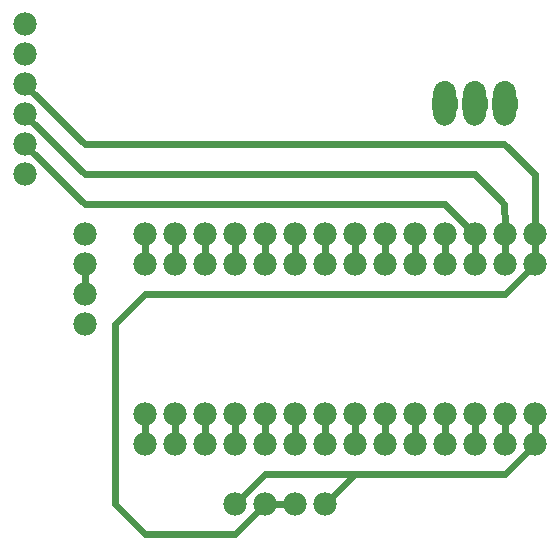
<source format=gbl>
G04 MADE WITH FRITZING*
G04 WWW.FRITZING.ORG*
G04 DOUBLE SIDED*
G04 HOLES PLATED*
G04 CONTOUR ON CENTER OF CONTOUR VECTOR*
%ASAXBY*%
%FSLAX23Y23*%
%MOIN*%
%OFA0B0*%
%SFA1.0B1.0*%
%ADD10C,0.078000*%
%ADD11C,0.090551*%
%ADD12C,0.024000*%
%ADD13R,0.001000X0.001000*%
%LNCOPPER0*%
G90*
G70*
G54D10*
X1779Y438D03*
X1679Y438D03*
X1579Y438D03*
X1479Y438D03*
X1379Y438D03*
X1279Y438D03*
X1179Y438D03*
X1079Y438D03*
X979Y438D03*
X879Y438D03*
X779Y438D03*
X679Y438D03*
X579Y438D03*
X479Y438D03*
X1779Y438D03*
X1679Y438D03*
X1579Y438D03*
X1479Y438D03*
X1379Y438D03*
X1279Y438D03*
X1179Y438D03*
X1079Y438D03*
X979Y438D03*
X879Y438D03*
X779Y438D03*
X679Y438D03*
X579Y438D03*
X479Y438D03*
X1779Y338D03*
X1679Y338D03*
X1579Y338D03*
X1479Y338D03*
X1379Y338D03*
X1279Y338D03*
X1179Y338D03*
X1079Y338D03*
X979Y338D03*
X879Y338D03*
X779Y338D03*
X679Y338D03*
X579Y338D03*
X479Y338D03*
X1779Y338D03*
X1679Y338D03*
X1579Y338D03*
X1479Y338D03*
X1379Y338D03*
X1279Y338D03*
X1179Y338D03*
X1079Y338D03*
X979Y338D03*
X879Y338D03*
X779Y338D03*
X679Y338D03*
X579Y338D03*
X479Y338D03*
X1779Y938D03*
X1679Y938D03*
X1579Y938D03*
X1479Y938D03*
X1379Y938D03*
X1279Y938D03*
X1179Y938D03*
X1079Y938D03*
X979Y938D03*
X879Y938D03*
X779Y938D03*
X679Y938D03*
X579Y938D03*
X479Y938D03*
X1779Y938D03*
X1679Y938D03*
X1579Y938D03*
X1479Y938D03*
X1379Y938D03*
X1279Y938D03*
X1179Y938D03*
X1079Y938D03*
X979Y938D03*
X879Y938D03*
X779Y938D03*
X679Y938D03*
X579Y938D03*
X479Y938D03*
X1779Y1038D03*
X1679Y1038D03*
X1579Y1038D03*
X1479Y1038D03*
X1379Y1038D03*
X1279Y1038D03*
X1179Y1038D03*
X1079Y1038D03*
X979Y1038D03*
X879Y1038D03*
X779Y1038D03*
X679Y1038D03*
X579Y1038D03*
X479Y1038D03*
X1779Y1038D03*
X1679Y1038D03*
X1579Y1038D03*
X1479Y1038D03*
X1379Y1038D03*
X1279Y1038D03*
X1179Y1038D03*
X1079Y1038D03*
X979Y1038D03*
X879Y1038D03*
X779Y1038D03*
X679Y1038D03*
X579Y1038D03*
X479Y1038D03*
G54D11*
X1679Y1473D03*
X1579Y1473D03*
X1479Y1473D03*
X1679Y1473D03*
X1579Y1473D03*
X1479Y1473D03*
G54D10*
X279Y738D03*
X279Y838D03*
X279Y938D03*
X279Y1038D03*
X279Y738D03*
X279Y838D03*
X279Y938D03*
X279Y1038D03*
X1079Y138D03*
X979Y138D03*
X879Y138D03*
X779Y138D03*
X1079Y138D03*
X979Y138D03*
X879Y138D03*
X779Y138D03*
X79Y1738D03*
X79Y1638D03*
X79Y1538D03*
X79Y1438D03*
X79Y1338D03*
X79Y1238D03*
X79Y1738D03*
X79Y1638D03*
X79Y1538D03*
X79Y1438D03*
X79Y1338D03*
X79Y1238D03*
G54D12*
X279Y868D02*
X279Y908D01*
D02*
X1779Y368D02*
X1779Y408D01*
D02*
X1679Y368D02*
X1679Y408D01*
D02*
X1579Y368D02*
X1579Y408D01*
D02*
X1479Y368D02*
X1479Y408D01*
D02*
X1379Y368D02*
X1379Y408D01*
D02*
X1279Y368D02*
X1279Y408D01*
D02*
X1179Y368D02*
X1179Y408D01*
D02*
X1079Y368D02*
X1079Y408D01*
D02*
X979Y368D02*
X979Y408D01*
D02*
X879Y368D02*
X879Y408D01*
D02*
X779Y368D02*
X779Y408D01*
D02*
X679Y368D02*
X679Y408D01*
D02*
X579Y368D02*
X579Y408D01*
D02*
X479Y368D02*
X479Y408D01*
D02*
X1779Y968D02*
X1779Y1008D01*
D02*
X1679Y968D02*
X1679Y1008D01*
D02*
X1579Y968D02*
X1579Y1008D01*
D02*
X1479Y968D02*
X1479Y1008D01*
D02*
X1379Y968D02*
X1379Y1008D01*
D02*
X1279Y968D02*
X1279Y1008D01*
D02*
X1179Y968D02*
X1179Y1008D01*
D02*
X1079Y968D02*
X1079Y1008D01*
D02*
X979Y968D02*
X979Y1008D01*
D02*
X879Y968D02*
X879Y1008D01*
D02*
X779Y968D02*
X779Y1008D01*
D02*
X679Y968D02*
X679Y1008D01*
D02*
X579Y968D02*
X579Y1008D01*
D02*
X479Y968D02*
X479Y1008D01*
D02*
X278Y1339D02*
X100Y1517D01*
D02*
X1677Y1339D02*
X278Y1339D01*
D02*
X1778Y1239D02*
X1677Y1339D01*
D02*
X1778Y1068D02*
X1778Y1239D01*
D02*
X278Y1239D02*
X100Y1417D01*
D02*
X1580Y1239D02*
X278Y1239D01*
D02*
X1677Y1139D02*
X1580Y1239D01*
D02*
X1678Y1068D02*
X1677Y1139D01*
D02*
X278Y1139D02*
X100Y1317D01*
D02*
X1479Y1139D02*
X278Y1139D01*
D02*
X1557Y1060D02*
X1479Y1139D01*
D02*
X1180Y238D02*
X1100Y160D01*
D02*
X1680Y238D02*
X1180Y238D01*
D02*
X1757Y317D02*
X1680Y238D01*
D02*
X909Y138D02*
X948Y138D01*
D02*
X778Y38D02*
X857Y117D01*
D02*
X478Y38D02*
X778Y38D01*
D02*
X380Y140D02*
X478Y38D01*
D02*
X380Y739D02*
X380Y140D01*
D02*
X478Y838D02*
X380Y739D01*
D02*
X1680Y838D02*
X478Y838D01*
D02*
X1757Y917D02*
X1680Y838D01*
D02*
X1680Y238D02*
X880Y238D01*
D02*
X880Y238D02*
X800Y160D01*
D02*
X1757Y317D02*
X1680Y238D01*
G54D13*
X1472Y1548D02*
X1483Y1548D01*
X1572Y1548D02*
X1583Y1548D01*
X1672Y1548D02*
X1683Y1548D01*
X1468Y1547D02*
X1488Y1547D01*
X1568Y1547D02*
X1588Y1547D01*
X1668Y1547D02*
X1688Y1547D01*
X1465Y1546D02*
X1491Y1546D01*
X1565Y1546D02*
X1591Y1546D01*
X1665Y1546D02*
X1691Y1546D01*
X1463Y1545D02*
X1493Y1545D01*
X1563Y1545D02*
X1593Y1545D01*
X1663Y1545D02*
X1693Y1545D01*
X1461Y1544D02*
X1495Y1544D01*
X1561Y1544D02*
X1595Y1544D01*
X1661Y1544D02*
X1695Y1544D01*
X1459Y1543D02*
X1497Y1543D01*
X1559Y1543D02*
X1597Y1543D01*
X1659Y1543D02*
X1697Y1543D01*
X1457Y1542D02*
X1498Y1542D01*
X1557Y1542D02*
X1598Y1542D01*
X1657Y1542D02*
X1698Y1542D01*
X1456Y1541D02*
X1500Y1541D01*
X1556Y1541D02*
X1600Y1541D01*
X1656Y1541D02*
X1700Y1541D01*
X1455Y1540D02*
X1501Y1540D01*
X1555Y1540D02*
X1601Y1540D01*
X1655Y1540D02*
X1701Y1540D01*
X1454Y1539D02*
X1502Y1539D01*
X1554Y1539D02*
X1602Y1539D01*
X1654Y1539D02*
X1702Y1539D01*
X1452Y1538D02*
X1503Y1538D01*
X1552Y1538D02*
X1603Y1538D01*
X1652Y1538D02*
X1703Y1538D01*
X1451Y1537D02*
X1504Y1537D01*
X1551Y1537D02*
X1604Y1537D01*
X1651Y1537D02*
X1704Y1537D01*
X1451Y1536D02*
X1505Y1536D01*
X1551Y1536D02*
X1605Y1536D01*
X1651Y1536D02*
X1705Y1536D01*
X1450Y1535D02*
X1506Y1535D01*
X1550Y1535D02*
X1606Y1535D01*
X1650Y1535D02*
X1706Y1535D01*
X1449Y1534D02*
X1507Y1534D01*
X1549Y1534D02*
X1607Y1534D01*
X1649Y1534D02*
X1707Y1534D01*
X1448Y1533D02*
X1507Y1533D01*
X1548Y1533D02*
X1607Y1533D01*
X1648Y1533D02*
X1707Y1533D01*
X1447Y1532D02*
X1508Y1532D01*
X1547Y1532D02*
X1608Y1532D01*
X1647Y1532D02*
X1708Y1532D01*
X1447Y1531D02*
X1509Y1531D01*
X1547Y1531D02*
X1609Y1531D01*
X1647Y1531D02*
X1709Y1531D01*
X1446Y1530D02*
X1509Y1530D01*
X1546Y1530D02*
X1609Y1530D01*
X1646Y1530D02*
X1709Y1530D01*
X1446Y1529D02*
X1510Y1529D01*
X1546Y1529D02*
X1610Y1529D01*
X1646Y1529D02*
X1710Y1529D01*
X1445Y1528D02*
X1510Y1528D01*
X1545Y1528D02*
X1610Y1528D01*
X1645Y1528D02*
X1710Y1528D01*
X1445Y1527D02*
X1511Y1527D01*
X1545Y1527D02*
X1611Y1527D01*
X1645Y1527D02*
X1711Y1527D01*
X1444Y1526D02*
X1511Y1526D01*
X1544Y1526D02*
X1611Y1526D01*
X1644Y1526D02*
X1711Y1526D01*
X1444Y1525D02*
X1512Y1525D01*
X1544Y1525D02*
X1612Y1525D01*
X1644Y1525D02*
X1712Y1525D01*
X1443Y1524D02*
X1512Y1524D01*
X1543Y1524D02*
X1612Y1524D01*
X1643Y1524D02*
X1712Y1524D01*
X1443Y1523D02*
X1512Y1523D01*
X1543Y1523D02*
X1612Y1523D01*
X1643Y1523D02*
X1712Y1523D01*
X1443Y1522D02*
X1513Y1522D01*
X1543Y1522D02*
X1613Y1522D01*
X1643Y1522D02*
X1713Y1522D01*
X1443Y1521D02*
X1513Y1521D01*
X1543Y1521D02*
X1613Y1521D01*
X1643Y1521D02*
X1713Y1521D01*
X1442Y1520D02*
X1513Y1520D01*
X1542Y1520D02*
X1613Y1520D01*
X1642Y1520D02*
X1713Y1520D01*
X1442Y1519D02*
X1514Y1519D01*
X1542Y1519D02*
X1614Y1519D01*
X1642Y1519D02*
X1713Y1519D01*
X1442Y1518D02*
X1514Y1518D01*
X1542Y1518D02*
X1614Y1518D01*
X1642Y1518D02*
X1714Y1518D01*
X1442Y1517D02*
X1514Y1517D01*
X1542Y1517D02*
X1614Y1517D01*
X1642Y1517D02*
X1714Y1517D01*
X1442Y1516D02*
X1514Y1516D01*
X1542Y1516D02*
X1614Y1516D01*
X1642Y1516D02*
X1714Y1516D01*
X1441Y1515D02*
X1514Y1515D01*
X1541Y1515D02*
X1614Y1515D01*
X1641Y1515D02*
X1714Y1515D01*
X1441Y1514D02*
X1514Y1514D01*
X1541Y1514D02*
X1614Y1514D01*
X1641Y1514D02*
X1714Y1514D01*
X1441Y1513D02*
X1514Y1513D01*
X1541Y1513D02*
X1614Y1513D01*
X1641Y1513D02*
X1714Y1513D01*
X1441Y1512D02*
X1514Y1512D01*
X1541Y1512D02*
X1614Y1512D01*
X1641Y1512D02*
X1714Y1512D01*
X1441Y1511D02*
X1514Y1511D01*
X1541Y1511D02*
X1614Y1511D01*
X1641Y1511D02*
X1714Y1511D01*
X1441Y1510D02*
X1514Y1510D01*
X1541Y1510D02*
X1614Y1510D01*
X1641Y1510D02*
X1714Y1510D01*
X1441Y1509D02*
X1514Y1509D01*
X1541Y1509D02*
X1614Y1509D01*
X1641Y1509D02*
X1714Y1509D01*
X1441Y1508D02*
X1514Y1508D01*
X1541Y1508D02*
X1614Y1508D01*
X1641Y1508D02*
X1714Y1508D01*
X1441Y1507D02*
X1514Y1507D01*
X1541Y1507D02*
X1614Y1507D01*
X1641Y1507D02*
X1714Y1507D01*
X1441Y1506D02*
X1514Y1506D01*
X1541Y1506D02*
X1614Y1506D01*
X1641Y1506D02*
X1714Y1506D01*
X1441Y1505D02*
X1514Y1505D01*
X1541Y1505D02*
X1614Y1505D01*
X1641Y1505D02*
X1714Y1505D01*
X1441Y1504D02*
X1514Y1504D01*
X1541Y1504D02*
X1614Y1504D01*
X1641Y1504D02*
X1714Y1504D01*
X1441Y1503D02*
X1514Y1503D01*
X1541Y1503D02*
X1614Y1503D01*
X1641Y1503D02*
X1714Y1503D01*
X1441Y1502D02*
X1514Y1502D01*
X1541Y1502D02*
X1614Y1502D01*
X1641Y1502D02*
X1714Y1502D01*
X1441Y1501D02*
X1514Y1501D01*
X1541Y1501D02*
X1614Y1501D01*
X1641Y1501D02*
X1714Y1501D01*
X1441Y1500D02*
X1514Y1500D01*
X1541Y1500D02*
X1614Y1500D01*
X1641Y1500D02*
X1714Y1500D01*
X1441Y1499D02*
X1514Y1499D01*
X1541Y1499D02*
X1614Y1499D01*
X1641Y1499D02*
X1714Y1499D01*
X1441Y1498D02*
X1514Y1498D01*
X1541Y1498D02*
X1614Y1498D01*
X1641Y1498D02*
X1714Y1498D01*
X1441Y1497D02*
X1514Y1497D01*
X1541Y1497D02*
X1614Y1497D01*
X1641Y1497D02*
X1714Y1497D01*
X1441Y1496D02*
X1473Y1496D01*
X1483Y1496D02*
X1514Y1496D01*
X1541Y1496D02*
X1573Y1496D01*
X1583Y1496D02*
X1614Y1496D01*
X1641Y1496D02*
X1673Y1496D01*
X1683Y1496D02*
X1714Y1496D01*
X1441Y1495D02*
X1469Y1495D01*
X1486Y1495D02*
X1514Y1495D01*
X1541Y1495D02*
X1569Y1495D01*
X1586Y1495D02*
X1614Y1495D01*
X1641Y1495D02*
X1669Y1495D01*
X1686Y1495D02*
X1714Y1495D01*
X1441Y1494D02*
X1467Y1494D01*
X1488Y1494D02*
X1514Y1494D01*
X1541Y1494D02*
X1567Y1494D01*
X1588Y1494D02*
X1614Y1494D01*
X1641Y1494D02*
X1667Y1494D01*
X1688Y1494D02*
X1714Y1494D01*
X1441Y1493D02*
X1465Y1493D01*
X1490Y1493D02*
X1514Y1493D01*
X1541Y1493D02*
X1565Y1493D01*
X1590Y1493D02*
X1614Y1493D01*
X1641Y1493D02*
X1665Y1493D01*
X1690Y1493D02*
X1714Y1493D01*
X1441Y1492D02*
X1464Y1492D01*
X1492Y1492D02*
X1514Y1492D01*
X1541Y1492D02*
X1564Y1492D01*
X1592Y1492D02*
X1614Y1492D01*
X1641Y1492D02*
X1664Y1492D01*
X1692Y1492D02*
X1714Y1492D01*
X1441Y1491D02*
X1463Y1491D01*
X1493Y1491D02*
X1514Y1491D01*
X1541Y1491D02*
X1563Y1491D01*
X1593Y1491D02*
X1614Y1491D01*
X1641Y1491D02*
X1663Y1491D01*
X1693Y1491D02*
X1714Y1491D01*
X1441Y1490D02*
X1462Y1490D01*
X1494Y1490D02*
X1514Y1490D01*
X1541Y1490D02*
X1562Y1490D01*
X1594Y1490D02*
X1614Y1490D01*
X1641Y1490D02*
X1662Y1490D01*
X1694Y1490D02*
X1714Y1490D01*
X1441Y1489D02*
X1461Y1489D01*
X1495Y1489D02*
X1514Y1489D01*
X1541Y1489D02*
X1561Y1489D01*
X1595Y1489D02*
X1614Y1489D01*
X1641Y1489D02*
X1661Y1489D01*
X1695Y1489D02*
X1714Y1489D01*
X1441Y1488D02*
X1460Y1488D01*
X1496Y1488D02*
X1514Y1488D01*
X1541Y1488D02*
X1560Y1488D01*
X1596Y1488D02*
X1614Y1488D01*
X1641Y1488D02*
X1660Y1488D01*
X1696Y1488D02*
X1714Y1488D01*
X1441Y1487D02*
X1459Y1487D01*
X1496Y1487D02*
X1514Y1487D01*
X1541Y1487D02*
X1559Y1487D01*
X1596Y1487D02*
X1614Y1487D01*
X1641Y1487D02*
X1659Y1487D01*
X1696Y1487D02*
X1714Y1487D01*
X1441Y1486D02*
X1459Y1486D01*
X1497Y1486D02*
X1514Y1486D01*
X1541Y1486D02*
X1559Y1486D01*
X1597Y1486D02*
X1614Y1486D01*
X1641Y1486D02*
X1659Y1486D01*
X1697Y1486D02*
X1714Y1486D01*
X1441Y1485D02*
X1458Y1485D01*
X1498Y1485D02*
X1514Y1485D01*
X1541Y1485D02*
X1558Y1485D01*
X1598Y1485D02*
X1614Y1485D01*
X1641Y1485D02*
X1658Y1485D01*
X1697Y1485D02*
X1714Y1485D01*
X1441Y1484D02*
X1458Y1484D01*
X1498Y1484D02*
X1514Y1484D01*
X1541Y1484D02*
X1557Y1484D01*
X1598Y1484D02*
X1614Y1484D01*
X1641Y1484D02*
X1657Y1484D01*
X1698Y1484D02*
X1714Y1484D01*
X1441Y1483D02*
X1457Y1483D01*
X1499Y1483D02*
X1514Y1483D01*
X1541Y1483D02*
X1557Y1483D01*
X1599Y1483D02*
X1614Y1483D01*
X1641Y1483D02*
X1657Y1483D01*
X1699Y1483D02*
X1714Y1483D01*
X1441Y1482D02*
X1457Y1482D01*
X1499Y1482D02*
X1514Y1482D01*
X1541Y1482D02*
X1557Y1482D01*
X1599Y1482D02*
X1614Y1482D01*
X1641Y1482D02*
X1657Y1482D01*
X1699Y1482D02*
X1714Y1482D01*
X1441Y1481D02*
X1456Y1481D01*
X1499Y1481D02*
X1514Y1481D01*
X1541Y1481D02*
X1556Y1481D01*
X1599Y1481D02*
X1614Y1481D01*
X1641Y1481D02*
X1656Y1481D01*
X1699Y1481D02*
X1714Y1481D01*
X1441Y1480D02*
X1456Y1480D01*
X1500Y1480D02*
X1514Y1480D01*
X1541Y1480D02*
X1556Y1480D01*
X1600Y1480D02*
X1614Y1480D01*
X1641Y1480D02*
X1656Y1480D01*
X1699Y1480D02*
X1714Y1480D01*
X1441Y1479D02*
X1456Y1479D01*
X1500Y1479D02*
X1514Y1479D01*
X1541Y1479D02*
X1556Y1479D01*
X1600Y1479D02*
X1614Y1479D01*
X1641Y1479D02*
X1656Y1479D01*
X1700Y1479D02*
X1714Y1479D01*
X1441Y1478D02*
X1456Y1478D01*
X1500Y1478D02*
X1514Y1478D01*
X1541Y1478D02*
X1556Y1478D01*
X1600Y1478D02*
X1614Y1478D01*
X1641Y1478D02*
X1656Y1478D01*
X1700Y1478D02*
X1714Y1478D01*
X1441Y1477D02*
X1455Y1477D01*
X1500Y1477D02*
X1514Y1477D01*
X1541Y1477D02*
X1555Y1477D01*
X1600Y1477D02*
X1614Y1477D01*
X1641Y1477D02*
X1655Y1477D01*
X1700Y1477D02*
X1714Y1477D01*
X1441Y1476D02*
X1455Y1476D01*
X1500Y1476D02*
X1514Y1476D01*
X1541Y1476D02*
X1555Y1476D01*
X1600Y1476D02*
X1614Y1476D01*
X1641Y1476D02*
X1655Y1476D01*
X1700Y1476D02*
X1714Y1476D01*
X1441Y1475D02*
X1455Y1475D01*
X1500Y1475D02*
X1514Y1475D01*
X1541Y1475D02*
X1555Y1475D01*
X1600Y1475D02*
X1614Y1475D01*
X1641Y1475D02*
X1655Y1475D01*
X1700Y1475D02*
X1714Y1475D01*
X1441Y1474D02*
X1455Y1474D01*
X1500Y1474D02*
X1514Y1474D01*
X1541Y1474D02*
X1555Y1474D01*
X1600Y1474D02*
X1614Y1474D01*
X1641Y1474D02*
X1655Y1474D01*
X1700Y1474D02*
X1714Y1474D01*
X1441Y1473D02*
X1455Y1473D01*
X1500Y1473D02*
X1514Y1473D01*
X1541Y1473D02*
X1555Y1473D01*
X1600Y1473D02*
X1614Y1473D01*
X1641Y1473D02*
X1655Y1473D01*
X1700Y1473D02*
X1714Y1473D01*
X1441Y1472D02*
X1455Y1472D01*
X1500Y1472D02*
X1514Y1472D01*
X1541Y1472D02*
X1555Y1472D01*
X1600Y1472D02*
X1614Y1472D01*
X1641Y1472D02*
X1655Y1472D01*
X1700Y1472D02*
X1714Y1472D01*
X1441Y1471D02*
X1456Y1471D01*
X1500Y1471D02*
X1514Y1471D01*
X1541Y1471D02*
X1556Y1471D01*
X1600Y1471D02*
X1614Y1471D01*
X1641Y1471D02*
X1656Y1471D01*
X1700Y1471D02*
X1714Y1471D01*
X1441Y1470D02*
X1456Y1470D01*
X1500Y1470D02*
X1514Y1470D01*
X1541Y1470D02*
X1556Y1470D01*
X1600Y1470D02*
X1614Y1470D01*
X1641Y1470D02*
X1656Y1470D01*
X1700Y1470D02*
X1714Y1470D01*
X1441Y1469D02*
X1456Y1469D01*
X1499Y1469D02*
X1514Y1469D01*
X1541Y1469D02*
X1556Y1469D01*
X1599Y1469D02*
X1614Y1469D01*
X1641Y1469D02*
X1656Y1469D01*
X1699Y1469D02*
X1714Y1469D01*
X1441Y1468D02*
X1456Y1468D01*
X1499Y1468D02*
X1514Y1468D01*
X1541Y1468D02*
X1556Y1468D01*
X1599Y1468D02*
X1614Y1468D01*
X1641Y1468D02*
X1656Y1468D01*
X1699Y1468D02*
X1714Y1468D01*
X1441Y1467D02*
X1457Y1467D01*
X1499Y1467D02*
X1514Y1467D01*
X1541Y1467D02*
X1557Y1467D01*
X1599Y1467D02*
X1614Y1467D01*
X1641Y1467D02*
X1657Y1467D01*
X1699Y1467D02*
X1714Y1467D01*
X1441Y1466D02*
X1457Y1466D01*
X1499Y1466D02*
X1514Y1466D01*
X1541Y1466D02*
X1557Y1466D01*
X1599Y1466D02*
X1614Y1466D01*
X1641Y1466D02*
X1657Y1466D01*
X1699Y1466D02*
X1714Y1466D01*
X1441Y1465D02*
X1458Y1465D01*
X1498Y1465D02*
X1514Y1465D01*
X1541Y1465D02*
X1558Y1465D01*
X1598Y1465D02*
X1614Y1465D01*
X1641Y1465D02*
X1658Y1465D01*
X1698Y1465D02*
X1714Y1465D01*
X1441Y1464D02*
X1458Y1464D01*
X1497Y1464D02*
X1514Y1464D01*
X1541Y1464D02*
X1558Y1464D01*
X1597Y1464D02*
X1614Y1464D01*
X1641Y1464D02*
X1658Y1464D01*
X1697Y1464D02*
X1714Y1464D01*
X1441Y1463D02*
X1459Y1463D01*
X1497Y1463D02*
X1514Y1463D01*
X1541Y1463D02*
X1559Y1463D01*
X1597Y1463D02*
X1614Y1463D01*
X1641Y1463D02*
X1659Y1463D01*
X1697Y1463D02*
X1714Y1463D01*
X1441Y1462D02*
X1459Y1462D01*
X1496Y1462D02*
X1514Y1462D01*
X1541Y1462D02*
X1559Y1462D01*
X1596Y1462D02*
X1614Y1462D01*
X1641Y1462D02*
X1659Y1462D01*
X1696Y1462D02*
X1714Y1462D01*
X1441Y1461D02*
X1460Y1461D01*
X1495Y1461D02*
X1514Y1461D01*
X1541Y1461D02*
X1560Y1461D01*
X1595Y1461D02*
X1614Y1461D01*
X1641Y1461D02*
X1660Y1461D01*
X1695Y1461D02*
X1714Y1461D01*
X1441Y1460D02*
X1461Y1460D01*
X1495Y1460D02*
X1514Y1460D01*
X1541Y1460D02*
X1561Y1460D01*
X1595Y1460D02*
X1614Y1460D01*
X1641Y1460D02*
X1661Y1460D01*
X1695Y1460D02*
X1714Y1460D01*
X1441Y1459D02*
X1462Y1459D01*
X1494Y1459D02*
X1514Y1459D01*
X1541Y1459D02*
X1562Y1459D01*
X1594Y1459D02*
X1614Y1459D01*
X1641Y1459D02*
X1662Y1459D01*
X1694Y1459D02*
X1714Y1459D01*
X1441Y1458D02*
X1463Y1458D01*
X1493Y1458D02*
X1514Y1458D01*
X1541Y1458D02*
X1563Y1458D01*
X1593Y1458D02*
X1614Y1458D01*
X1641Y1458D02*
X1663Y1458D01*
X1693Y1458D02*
X1714Y1458D01*
X1441Y1457D02*
X1464Y1457D01*
X1491Y1457D02*
X1514Y1457D01*
X1541Y1457D02*
X1564Y1457D01*
X1591Y1457D02*
X1614Y1457D01*
X1641Y1457D02*
X1664Y1457D01*
X1691Y1457D02*
X1714Y1457D01*
X1441Y1456D02*
X1466Y1456D01*
X1490Y1456D02*
X1514Y1456D01*
X1541Y1456D02*
X1566Y1456D01*
X1590Y1456D02*
X1614Y1456D01*
X1641Y1456D02*
X1666Y1456D01*
X1690Y1456D02*
X1714Y1456D01*
X1441Y1455D02*
X1467Y1455D01*
X1488Y1455D02*
X1514Y1455D01*
X1541Y1455D02*
X1567Y1455D01*
X1588Y1455D02*
X1614Y1455D01*
X1641Y1455D02*
X1667Y1455D01*
X1688Y1455D02*
X1714Y1455D01*
X1441Y1454D02*
X1470Y1454D01*
X1486Y1454D02*
X1514Y1454D01*
X1541Y1454D02*
X1570Y1454D01*
X1586Y1454D02*
X1614Y1454D01*
X1641Y1454D02*
X1670Y1454D01*
X1686Y1454D02*
X1714Y1454D01*
X1441Y1453D02*
X1473Y1453D01*
X1483Y1453D02*
X1514Y1453D01*
X1541Y1453D02*
X1573Y1453D01*
X1583Y1453D02*
X1614Y1453D01*
X1641Y1453D02*
X1673Y1453D01*
X1683Y1453D02*
X1714Y1453D01*
X1441Y1452D02*
X1514Y1452D01*
X1541Y1452D02*
X1614Y1452D01*
X1641Y1452D02*
X1714Y1452D01*
X1441Y1451D02*
X1514Y1451D01*
X1541Y1451D02*
X1614Y1451D01*
X1641Y1451D02*
X1714Y1451D01*
X1441Y1450D02*
X1514Y1450D01*
X1541Y1450D02*
X1614Y1450D01*
X1641Y1450D02*
X1714Y1450D01*
X1441Y1449D02*
X1514Y1449D01*
X1541Y1449D02*
X1614Y1449D01*
X1641Y1449D02*
X1714Y1449D01*
X1441Y1448D02*
X1514Y1448D01*
X1541Y1448D02*
X1614Y1448D01*
X1641Y1448D02*
X1714Y1448D01*
X1441Y1447D02*
X1514Y1447D01*
X1541Y1447D02*
X1614Y1447D01*
X1641Y1447D02*
X1714Y1447D01*
X1441Y1446D02*
X1514Y1446D01*
X1541Y1446D02*
X1614Y1446D01*
X1641Y1446D02*
X1714Y1446D01*
X1441Y1445D02*
X1514Y1445D01*
X1541Y1445D02*
X1614Y1445D01*
X1641Y1445D02*
X1714Y1445D01*
X1441Y1444D02*
X1514Y1444D01*
X1541Y1444D02*
X1614Y1444D01*
X1641Y1444D02*
X1714Y1444D01*
X1441Y1443D02*
X1514Y1443D01*
X1541Y1443D02*
X1614Y1443D01*
X1641Y1443D02*
X1714Y1443D01*
X1441Y1442D02*
X1514Y1442D01*
X1541Y1442D02*
X1614Y1442D01*
X1641Y1442D02*
X1714Y1442D01*
X1441Y1441D02*
X1514Y1441D01*
X1541Y1441D02*
X1614Y1441D01*
X1641Y1441D02*
X1714Y1441D01*
X1441Y1440D02*
X1514Y1440D01*
X1541Y1440D02*
X1614Y1440D01*
X1641Y1440D02*
X1714Y1440D01*
X1441Y1439D02*
X1514Y1439D01*
X1541Y1439D02*
X1614Y1439D01*
X1641Y1439D02*
X1714Y1439D01*
X1441Y1438D02*
X1514Y1438D01*
X1541Y1438D02*
X1614Y1438D01*
X1641Y1438D02*
X1714Y1438D01*
X1441Y1437D02*
X1514Y1437D01*
X1541Y1437D02*
X1614Y1437D01*
X1641Y1437D02*
X1714Y1437D01*
X1441Y1436D02*
X1514Y1436D01*
X1541Y1436D02*
X1614Y1436D01*
X1641Y1436D02*
X1714Y1436D01*
X1441Y1435D02*
X1514Y1435D01*
X1541Y1435D02*
X1614Y1435D01*
X1641Y1435D02*
X1714Y1435D01*
X1441Y1434D02*
X1514Y1434D01*
X1541Y1434D02*
X1614Y1434D01*
X1641Y1434D02*
X1714Y1434D01*
X1442Y1433D02*
X1514Y1433D01*
X1542Y1433D02*
X1614Y1433D01*
X1642Y1433D02*
X1714Y1433D01*
X1442Y1432D02*
X1514Y1432D01*
X1542Y1432D02*
X1614Y1432D01*
X1642Y1432D02*
X1714Y1432D01*
X1442Y1431D02*
X1514Y1431D01*
X1542Y1431D02*
X1614Y1431D01*
X1642Y1431D02*
X1714Y1431D01*
X1442Y1430D02*
X1514Y1430D01*
X1542Y1430D02*
X1613Y1430D01*
X1642Y1430D02*
X1713Y1430D01*
X1442Y1429D02*
X1513Y1429D01*
X1542Y1429D02*
X1613Y1429D01*
X1642Y1429D02*
X1713Y1429D01*
X1443Y1428D02*
X1513Y1428D01*
X1543Y1428D02*
X1613Y1428D01*
X1643Y1428D02*
X1713Y1428D01*
X1443Y1427D02*
X1513Y1427D01*
X1543Y1427D02*
X1613Y1427D01*
X1643Y1427D02*
X1713Y1427D01*
X1443Y1426D02*
X1512Y1426D01*
X1543Y1426D02*
X1612Y1426D01*
X1643Y1426D02*
X1712Y1426D01*
X1444Y1425D02*
X1512Y1425D01*
X1544Y1425D02*
X1612Y1425D01*
X1643Y1425D02*
X1712Y1425D01*
X1444Y1424D02*
X1512Y1424D01*
X1544Y1424D02*
X1612Y1424D01*
X1644Y1424D02*
X1712Y1424D01*
X1444Y1423D02*
X1511Y1423D01*
X1544Y1423D02*
X1611Y1423D01*
X1644Y1423D02*
X1711Y1423D01*
X1445Y1422D02*
X1511Y1422D01*
X1545Y1422D02*
X1611Y1422D01*
X1645Y1422D02*
X1711Y1422D01*
X1445Y1421D02*
X1510Y1421D01*
X1545Y1421D02*
X1610Y1421D01*
X1645Y1421D02*
X1710Y1421D01*
X1446Y1420D02*
X1510Y1420D01*
X1546Y1420D02*
X1610Y1420D01*
X1646Y1420D02*
X1710Y1420D01*
X1446Y1419D02*
X1509Y1419D01*
X1546Y1419D02*
X1609Y1419D01*
X1646Y1419D02*
X1709Y1419D01*
X1447Y1418D02*
X1509Y1418D01*
X1547Y1418D02*
X1609Y1418D01*
X1647Y1418D02*
X1709Y1418D01*
X1448Y1417D02*
X1508Y1417D01*
X1548Y1417D02*
X1608Y1417D01*
X1648Y1417D02*
X1708Y1417D01*
X1448Y1416D02*
X1507Y1416D01*
X1548Y1416D02*
X1607Y1416D01*
X1648Y1416D02*
X1707Y1416D01*
X1449Y1415D02*
X1507Y1415D01*
X1549Y1415D02*
X1607Y1415D01*
X1649Y1415D02*
X1707Y1415D01*
X1450Y1414D02*
X1506Y1414D01*
X1550Y1414D02*
X1606Y1414D01*
X1650Y1414D02*
X1706Y1414D01*
X1451Y1413D02*
X1505Y1413D01*
X1551Y1413D02*
X1605Y1413D01*
X1651Y1413D02*
X1705Y1413D01*
X1452Y1412D02*
X1504Y1412D01*
X1552Y1412D02*
X1604Y1412D01*
X1652Y1412D02*
X1704Y1412D01*
X1453Y1411D02*
X1503Y1411D01*
X1553Y1411D02*
X1603Y1411D01*
X1653Y1411D02*
X1703Y1411D01*
X1454Y1410D02*
X1502Y1410D01*
X1554Y1410D02*
X1602Y1410D01*
X1654Y1410D02*
X1702Y1410D01*
X1455Y1409D02*
X1501Y1409D01*
X1555Y1409D02*
X1601Y1409D01*
X1655Y1409D02*
X1701Y1409D01*
X1456Y1408D02*
X1499Y1408D01*
X1556Y1408D02*
X1599Y1408D01*
X1656Y1408D02*
X1699Y1408D01*
X1457Y1407D02*
X1498Y1407D01*
X1557Y1407D02*
X1598Y1407D01*
X1657Y1407D02*
X1698Y1407D01*
X1459Y1406D02*
X1497Y1406D01*
X1559Y1406D02*
X1597Y1406D01*
X1659Y1406D02*
X1696Y1406D01*
X1461Y1405D02*
X1495Y1405D01*
X1561Y1405D02*
X1595Y1405D01*
X1661Y1405D02*
X1695Y1405D01*
X1463Y1404D02*
X1493Y1404D01*
X1563Y1404D02*
X1593Y1404D01*
X1663Y1404D02*
X1693Y1404D01*
X1465Y1403D02*
X1490Y1403D01*
X1565Y1403D02*
X1590Y1403D01*
X1665Y1403D02*
X1690Y1403D01*
X1468Y1402D02*
X1487Y1402D01*
X1568Y1402D02*
X1587Y1402D01*
X1668Y1402D02*
X1687Y1402D01*
X1473Y1401D02*
X1483Y1401D01*
X1573Y1401D02*
X1583Y1401D01*
X1673Y1401D02*
X1683Y1401D01*
D02*
G04 End of Copper0*
M02*
</source>
